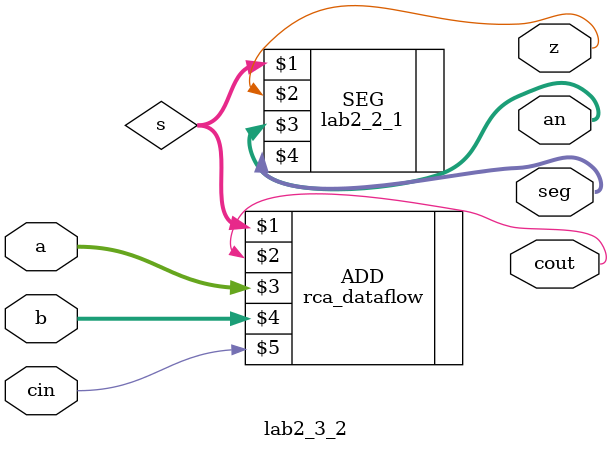
<source format=v>
`timescale 1ns / 1ps


module lab2_3_2(
    input [3:0] a,
    input [3:0] b,
    input cin,
    output [3:0] an,
    output [6:0] seg,
    output cout,
    output z
    );
    wire [3:0] s;
    rca_dataflow ADD(s[3:0], cout, a[3:0], b[3:0], cin);
    lab2_2_1 SEG (s[3:0],z,an[3:0],seg[6:0]);
    
endmodule

</source>
